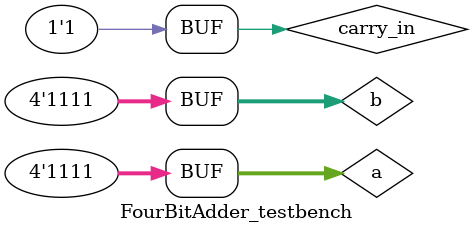
<source format=sv>

module FourBitAdder(input [3:0] a,input [3:0] b,input carry_in,output [3:0]result,output carry_out);

wire [0:4] carries;
assign carries[0]=carry_in;
assign carry_out=carries[4];

genvar i;
generate
for(i=0;i<4;i++)
begin:adders
FullAdder name(a[i],b[i],carries[i],result[i],carries[i+1]);
end



endgenerate



endmodule

module FourBitAdder_testbench();
reg [0:3]a;
reg [0:3]b;
reg carry_in;
reg [0:3]result;
reg carry_out;

FourBitAdder test(a,b,carry_in,result,carry_out);
initial begin
for(int i=0;i<16;i++)
	begin
	a=i;
	for(int j=0;j<16;j++)
		begin
		b=j;
		for(int k=0;k<2;k++)
			begin
			carry_in=k;#10;
			end

		end
	end

end

endmodule

</source>
